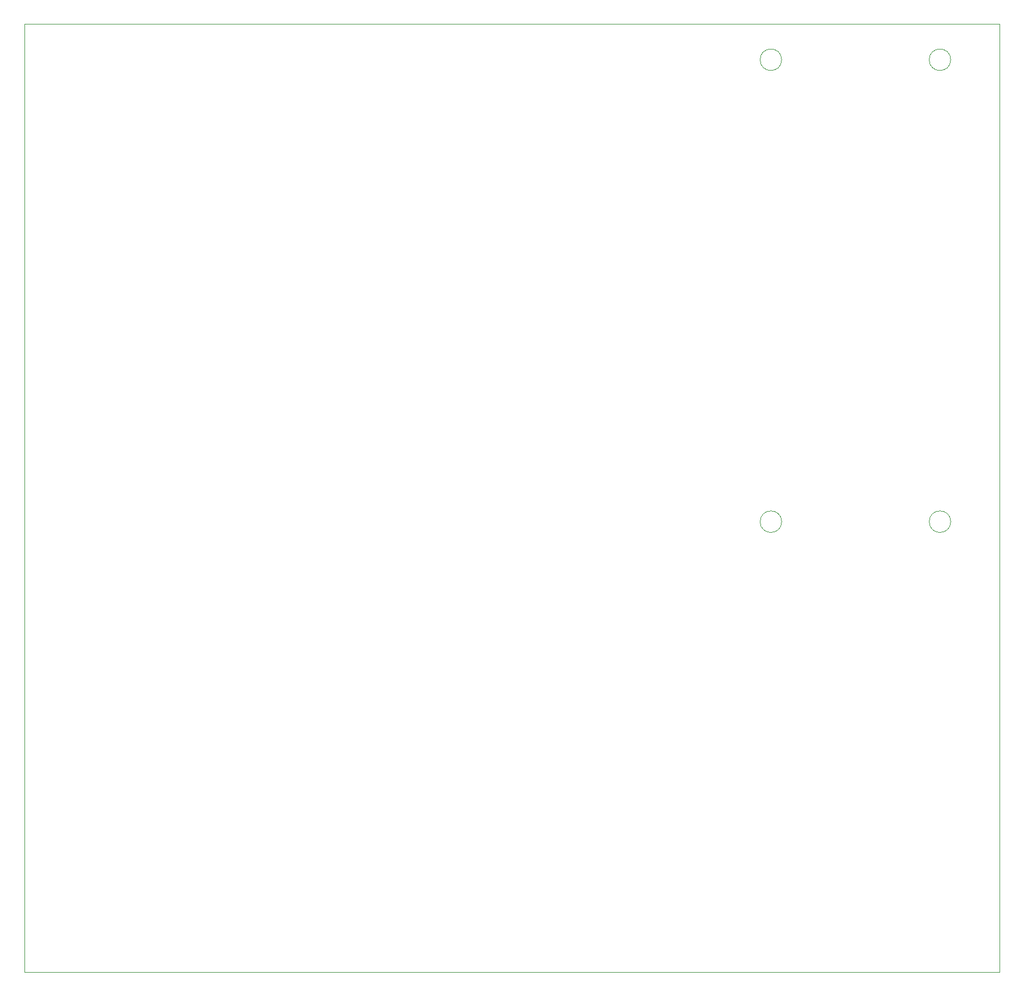
<source format=gbr>
%TF.GenerationSoftware,KiCad,Pcbnew,7.0.1*%
%TF.CreationDate,2023-05-11T18:44:24-05:00*%
%TF.ProjectId,CircuitoPotencia,43697263-7569-4746-9f50-6f74656e6369,rev?*%
%TF.SameCoordinates,Original*%
%TF.FileFunction,Profile,NP*%
%FSLAX46Y46*%
G04 Gerber Fmt 4.6, Leading zero omitted, Abs format (unit mm)*
G04 Created by KiCad (PCBNEW 7.0.1) date 2023-05-11 18:44:24*
%MOMM*%
%LPD*%
G01*
G04 APERTURE LIST*
%TA.AperFunction,Profile*%
%ADD10C,0.100000*%
%TD*%
%TA.AperFunction,Profile*%
%ADD11C,0.050000*%
%TD*%
G04 APERTURE END LIST*
D10*
X37118000Y-154940000D02*
X37118000Y-13940000D01*
X37118000Y-13940000D02*
X182118000Y-13940000D01*
X182118000Y-13940000D02*
X182118000Y-154940000D01*
X182118000Y-154940000D02*
X37118000Y-154940000D01*
D11*
%TO.C,J5*%
X149707000Y-19238000D02*
G75*
G03*
X149707000Y-19238000I-1600000J0D01*
G01*
X149707000Y-87958000D02*
G75*
G03*
X149707000Y-87958000I-1600000J0D01*
G01*
X174857000Y-19238000D02*
G75*
G03*
X174857000Y-19238000I-1600000J0D01*
G01*
X174857000Y-87958000D02*
G75*
G03*
X174857000Y-87958000I-1600000J0D01*
G01*
%TD*%
M02*

</source>
